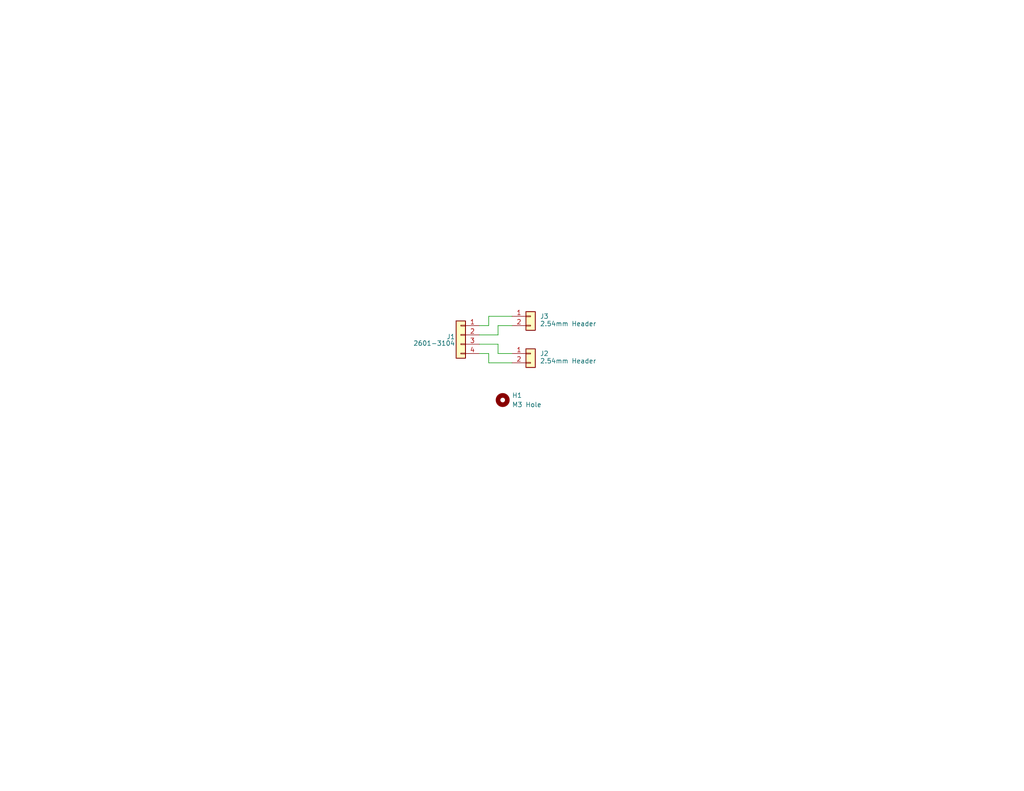
<source format=kicad_sch>
(kicad_sch (version 20250114) (generator "eeschema") (generator_version "9.0")
  (paper "A")
  (title_block (title "PCB Bulkplate Passthrough") (date "2025-09-12") (rev "V1.0") (company "Seth Sievers"))
  (lib_symbols
    (symbol "Connector_Generic:Conn_01x02" (pin_names (offset 1.016) (hide yes))
      (property "Reference" "J" (at 0 2.54 0))
      (property "Value" "Conn_01x02" (at 0 -5.08 0))
      (symbol "Conn_01x02_1_1"
        (rectangle (start -1.27 1.27) (end 1.27 -3.81) (stroke (width 0.254)) (fill (type background)))
        (rectangle (start -1.27 0.127) (end 0 -0.127) (stroke (width 0.1524)))
        (rectangle (start -1.27 -2.413) (end 0 -2.667) (stroke (width 0.1524)))
        (pin passive line (at -5.08 0 0) (length 3.81) (name "Pin_1") (number "1"))
        (pin passive line (at -5.08 -2.54 0) (length 3.81) (name "Pin_2") (number "2"))
      )
    )
    (symbol "Connector_Generic:Conn_01x04" (pin_names (offset 1.016) (hide yes))
      (property "Reference" "J" (at 0 5.08 0))
      (property "Value" "Conn_01x04" (at 0 -7.62 0))
      (symbol "Conn_01x04_1_1"
        (rectangle (start -1.27 3.81) (end 1.27 -6.35) (stroke (width 0.254)) (fill (type background)))
        (rectangle (start -1.27 2.667) (end 0 2.413) (stroke (width 0.1524)))
        (rectangle (start -1.27 0.127) (end 0 -0.127) (stroke (width 0.1524)))
        (rectangle (start -1.27 -2.413) (end 0 -2.667) (stroke (width 0.1524)))
        (rectangle (start -1.27 -4.953) (end 0 -5.207) (stroke (width 0.1524)))
        (pin passive line (at -5.08 2.54 0) (length 3.81) (name "Pin_1") (number "1"))
        (pin passive line (at -5.08 0 0) (length 3.81) (name "Pin_2") (number "2"))
        (pin passive line (at -5.08 -2.54 0) (length 3.81) (name "Pin_3") (number "3"))
        (pin passive line (at -5.08 -5.08 0) (length 3.81) (name "Pin_4") (number "4"))
      )
    )
    (symbol "Mechanical:MountingHole" (pin_names (offset 1.016)) (in_bom no)
      (property "Reference" "H" (at 0 5.08 0))
      (property "Value" "MountingHole" (at 0 3.175 0))
      (symbol "MountingHole_0_1"
        (circle (center 0 0) (radius 1.27) (stroke (width 1.27)))
      )
    )
  )
  (wire (pts (xy 130.81 96.52) (xy 133.35 96.52)))
  (wire (pts (xy 133.35 86.36) (xy 139.7 86.36)))
  (wire (pts (xy 133.35 96.52) (xy 133.35 99.06)))
  (wire (pts (xy 130.81 93.98) (xy 135.89 93.98)))
  (wire (pts (xy 135.89 88.9) (xy 139.7 88.9)))
  (wire (pts (xy 135.89 96.52) (xy 139.7 96.52)))
  (wire (pts (xy 135.89 93.98) (xy 135.89 96.52)))
  (wire (pts (xy 130.81 91.44) (xy 135.89 91.44)))
  (wire (pts (xy 133.35 88.9) (xy 133.35 86.36)))
  (wire (pts (xy 133.35 99.06) (xy 139.7 99.06)))
  (wire (pts (xy 130.81 88.9) (xy 133.35 88.9)))
  (wire (pts (xy 135.89 88.9) (xy 135.89 91.44)))
  (symbol (lib_id "Connector_Generic:Conn_01x02") (at 144.78 86.36 0) (unit 1)
    (property "Reference" "J3" (at 147.32 86.3599 0) (effects (justify left)))
    (property "Value" "2.54mm Header" (at 147.32 88.392 0) (effects (justify left)))
    (property "Footprint" "Connector_PinSocket_2.54mm:PinSocket_1x02_P2.54mm_Vertical" (effects (hide yes)))
    (property "Description" "Generic connector, single row, 01x02, script generated (kicad-library-utils/schlib/autogen/connector/)" (effects (hide yes)))
  )
  (symbol (lib_id "Mechanical:MountingHole") (at 137.16 109.22 0) (unit 1) (in_bom no)
    (property "Reference" "H1" (at 139.7 107.9499 0) (effects (justify left)))
    (property "Value" "M3 Hole" (at 139.7 110.4899 0) (effects (justify left)))
    (property "Footprint" "MountingHole:MountingHole_3.2mm_M3" (effects (hide yes)))
    (property "Description" "Mounting Hole without connection" (effects (hide yes)))
  )
  (symbol (lib_id "Connector_Generic:Conn_01x04") (at 125.73 91.44 0) (mirror y) (unit 1)
    (property "Reference" "J1" (at 124.206 91.9481 0) (effects (justify left)))
    (property "Value" "2601-3104" (at 124.206 93.726 0) (effects (justify left)))
    (property "Footprint" "2601-3104:CONN4_2601-3104_WAG" (effects (hide yes)))
    (property "Datasheet" "https://mm.digikey.com/Volume0/opasdata/d220001/medias/docus/7138/2946_WAGO26013104enUS.pdf" (effects (hide yes)))
    (property "Description" "4 Position Wire to Board Terminal Block Vertical with Board 0.138\" (3.50mm) Through Hole" (effects (hide yes)))
    (property "Digikey" "https://www.digikey.com/en/products/detail/wago-corporation/2601-3104/17121801" (effects (hide yes)))
  )
  (symbol (lib_id "Connector_Generic:Conn_01x02") (at 144.78 96.52 0) (unit 1)
    (property "Reference" "J2" (at 147.32 96.5199 0) (effects (justify left)))
    (property "Value" "2.54mm Header" (at 147.32 98.552 0) (effects (justify left)))
    (property "Footprint" "Connector_PinSocket_2.54mm:PinSocket_1x02_P2.54mm_Vertical" (effects (hide yes)))
    (property "Description" "Generic connector, single row, 01x02, script generated (kicad-library-utils/schlib/autogen/connector/)" (effects (hide yes)))
  )
)
</source>
